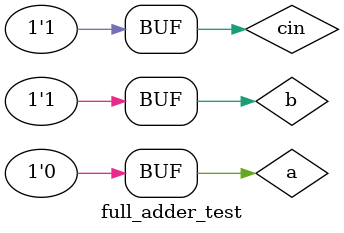
<source format=v>
`timescale 1ns/1ns 
module full_adder_test();
reg a,b, cin;
wire sum,carry; 
full_adder_1 full(a,b,cin,sum,carry);
initial 
begin 
a = 0; b = 0; cin = 0; 
#10 a = 1; b = 0; cin = 0; 
#20 a = 1; b = 1; cin = 0; 
#30 a = 0; b = 1; cin = 0; 
#40 a = 0; b = 0; cin = 1; 
#50 a = 1; b = 0; cin = 1; 
#60 a = 1; b = 1; cin = 1; 
#70 a = 0; b = 1; cin = 1; 
end 
endmodule 
</source>
